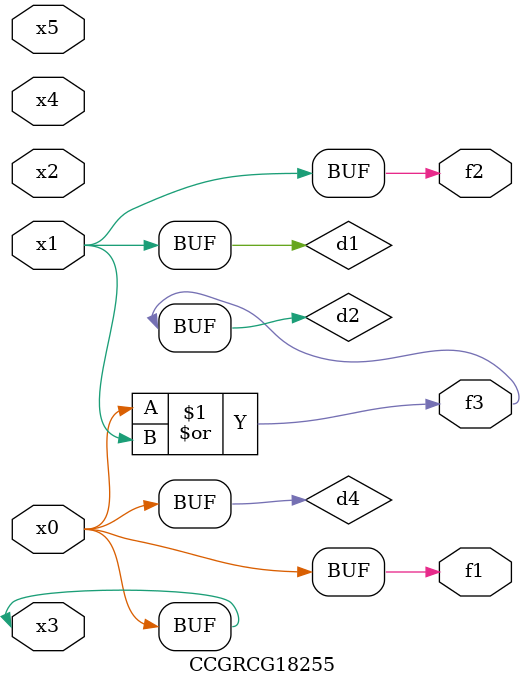
<source format=v>
module CCGRCG18255(
	input x0, x1, x2, x3, x4, x5,
	output f1, f2, f3
);

	wire d1, d2, d3, d4;

	and (d1, x1);
	or (d2, x0, x1);
	nand (d3, x0, x5);
	buf (d4, x0, x3);
	assign f1 = d4;
	assign f2 = d1;
	assign f3 = d2;
endmodule

</source>
